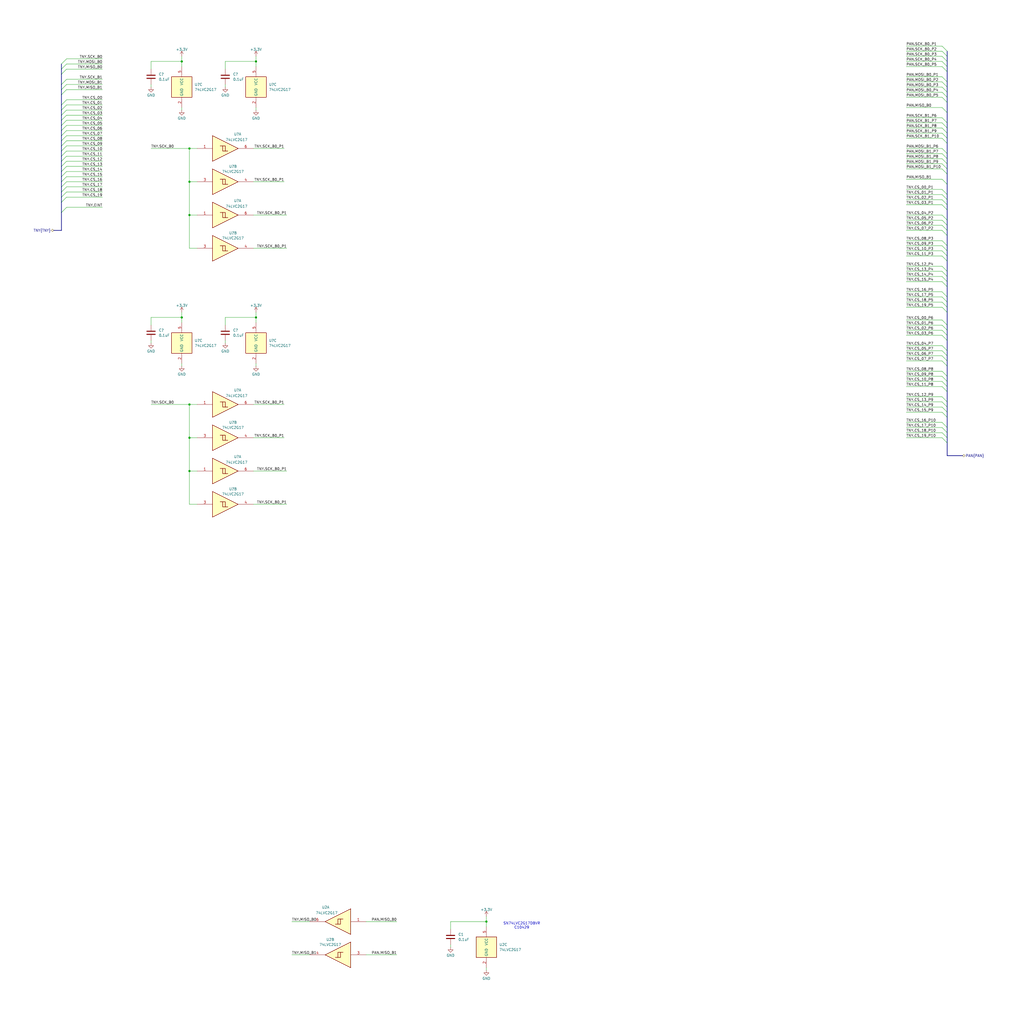
<source format=kicad_sch>
(kicad_sch (version 20250114) (generator "eeschema") (generator_version "9.0")
  (paper "User" 508 508)
  (lib_symbols
    (symbol "74xGxx:74LVC2G17"
      (property "Reference" "U" (at -1.27 7.62 0))
      (property "Value" "74LVC2G17" (at 2.54 -7.62 0))
      (symbol "74LVC2G17_1_1"
        (polyline (pts (xy -7.62 6.35) (xy -7.62 -6.35) (xy 5.08 0) (xy -7.62 6.35)) (stroke (width 0.254)) (fill (type background)))
        (polyline (pts (xy -3.81 1.27) (xy -2.54 1.27) (xy -2.54 -1.27) (xy 0 -1.27)) (stroke (width 0.254)) (fill (type background)))
        (polyline (pts (xy -2.54 1.27) (xy -1.27 1.27) (xy -1.27 -1.27)) (stroke (width 0.254)) (fill (type background)))
        (pin input line (at -15.24 0 0) (length 7.62) (name "~") (number "1"))
        (pin output line (at 12.7 0 180) (length 7.62) (name "~") (number "6"))
      )
      (symbol "74LVC2G17_2_1"
        (polyline (pts (xy -7.62 6.35) (xy -7.62 -6.35) (xy 5.08 0) (xy -7.62 6.35)) (stroke (width 0.254)) (fill (type background)))
        (polyline (pts (xy -3.81 1.27) (xy -2.54 1.27) (xy -2.54 -1.27) (xy 0 -1.27)) (stroke (width 0.254)) (fill (type background)))
        (polyline (pts (xy -2.54 1.27) (xy -1.27 1.27) (xy -1.27 -1.27)) (stroke (width 0.254)) (fill (type background)))
        (pin input line (at -15.24 0 0) (length 7.62) (name "~") (number "3"))
        (pin output line (at 12.7 0 180) (length 7.62) (name "~") (number "4"))
      )
      (symbol "74LVC2G17_3_0"
        (rectangle (start -5.08 -5.08) (end 5.08 5.08) (stroke (width 0.254)) (fill (type background)))
      )
      (symbol "74LVC2G17_3_1"
        (pin power_in line (at 0 10.16 270) (length 5.08) (name "VCC") (number "5"))
        (pin power_in line (at 0 -10.16 90) (length 5.08) (name "GND") (number "2"))
      )
    )
    (symbol "Device:C" (pin_numbers (hide yes)) (pin_names (offset 0.254))
      (property "Reference" "C" (at 0.635 2.54 0))
      (property "Value" "C" (at 0.635 -2.54 0))
      (symbol "C_0_1"
        (polyline (pts (xy -2.032 0.762) (xy 2.032 0.762)) (stroke (width 0.508)))
        (polyline (pts (xy -2.032 -0.762) (xy 2.032 -0.762)) (stroke (width 0.508)))
      )
      (symbol "C_1_1"
        (pin passive line (at 0 3.81 270) (length 2.794) (name "~") (number "1"))
        (pin passive line (at 0 -3.81 90) (length 2.794) (name "~") (number "2"))
      )
    )
    (symbol "power:+3.3V" (power) (pin_names (offset 0))
      (property "Value" "+3.3V" (at 0 3.556 0))
      (symbol "+3.3V_0_1"
        (polyline (pts (xy -0.762 1.27) (xy 0 2.54)))
        (polyline (pts (xy 0 2.54) (xy 0.762 1.27)))
        (polyline (pts (xy 0 0) (xy 0 2.54)))
      )
      (symbol "+3.3V_1_1"
        (pin power_in line (at 0 0 90) (length 0) (hide yes) (name "+3.3V") (number "1"))
      )
    )
    (symbol "power:GND" (power) (pin_names (offset 0))
      (property "Value" "GND" (at 0 -3.81 0))
      (symbol "GND_0_1"
        (polyline (pts (xy 0 0) (xy 0 -1.27) (xy 1.27 -1.27) (xy 0 -2.54) (xy -1.27 -1.27) (xy 0 -1.27)))
      )
      (symbol "GND_1_1"
        (pin power_in line (at 0 0 270) (length 0) (hide yes) (name "GND") (number "1"))
      )
    )
  )
  (bus_alias "PAN" (members "SCK_B0_P1" "SCK_B0_P2" "SCK_B0_P3" "SCK_B0_P4" "SCK_B0_P5" "MOSI_B0_P1" "MOSI_B0_P2" "MOSI_B0_P3" "MOSI_B0_P4" "MOSI_B0_P5" "MISO_B0" "SCK_B1_P6" "SCK_B1_P7" "SCK_B1_P8" "SCK_B1_P9" "SCK_B1_P10" "MOSI_B1_P6" "MOSI_B1_P7" "MOSI_B1_P8" "MOSI_B1_P9" "MOSI_B1_P10" "MISO_B1" "CS_00_P1" "CS_01_P1" "CS_02_P1" "CS_03_P1" "CS_04_P2" "CS_05_P2" "CS_06_P2" "CS_07_P2" "CS_08_P3" "CS_09_P3" "CS_10_P3" "CS_11_P3" "CS_12_P4" "CS_13_P4" "CS_14_P4" "CS_15_P4" "CS_16_P5" "CS_17_P5" "CS_18_P5" "CS_19_P5" "CS_00_P6" "CS_01_P6" "CS_02_P6" "CS_03_P6" "CS_04_P7" "CS_05_P7" "CS_06_P7" "CS_07_P7" "CS_08_P8" "CS_09_P8" "CS_10_P8" "CS_11_P8" "CS_12_P9" "CS_13_P9" "CS_14_P9" "CS_15_P9" "CS_16_P10" "CS_17_P10" "CS_19_P10"))
  (text "SN74LVC2G17DBVR\nC10429" (at 25.908 -6.35 0) (effects (font (size 1.27 1.27))))
  (text "SN74LVC2G17DBVR\nC10429" (at 258.826 459.232 0) (effects (font (size 1.27 1.27))))
  (junction (at 93.98 73.66))
  (junction (at 241.3 457.2))
  (junction (at 93.98 200.66))
  (junction (at 90.17 157.48))
  (junction (at 127 157.48))
  (junction (at 93.98 106.68))
  (junction (at 90.17 30.48))
  (junction (at 93.98 233.68))
  (junction (at 93.98 217.17))
  (junction (at 127 30.48))
  (junction (at 93.98 90.17))
  (bus_entry (at 469.9 25.4) (size -2.54 -2.54))
  (bus_entry (at 467.36 152.4) (size 2.54 2.54))
  (bus_entry (at 30.48 82.55) (size 2.54 -2.54))
  (bus_entry (at 30.48 62.23) (size 2.54 -2.54))
  (bus_entry (at 469.9 76.2) (size -2.54 -2.54))
  (bus_entry (at 469.9 161.29) (size -2.54 -2.54))
  (bus_entry (at 33.02 95.25) (size -2.54 2.54))
  (bus_entry (at 469.9 30.48) (size -2.54 -2.54))
  (bus_entry (at 469.9 166.37) (size -2.54 -2.54))
  (bus_entry (at 469.9 40.64) (size -2.54 -2.54))
  (bus_entry (at 469.9 86.36) (size -2.54 -2.54))
  (bus_entry (at 467.36 212.09) (size 2.54 2.54))
  (bus_entry (at 30.48 44.45) (size 2.54 -2.54))
  (bus_entry (at 30.48 31.75) (size 2.54 -2.54))
  (bus_entry (at 469.9 55.88) (size -2.54 -2.54))
  (bus_entry (at 469.9 111.76) (size -2.54 -2.54))
  (bus_entry (at 469.9 189.23) (size -2.54 -2.54))
  (bus_entry (at 469.9 63.5) (size -2.54 -2.54))
  (bus_entry (at 469.9 121.92) (size -2.54 -2.54))
  (bus_entry (at 467.36 144.78) (size 2.54 2.54))
  (bus_entry (at 30.48 41.91) (size 2.54 -2.54))
  (bus_entry (at 469.9 50.8) (size -2.54 -2.54))
  (bus_entry (at 469.9 179.07) (size -2.54 -2.54))
  (bus_entry (at 469.9 99.06) (size -2.54 -2.54))
  (bus_entry (at 469.9 68.58) (size -2.54 -2.54))
  (bus_entry (at 30.48 72.39) (size 2.54 -2.54))
  (bus_entry (at 30.48 52.07) (size 2.54 -2.54))
  (bus_entry (at 469.9 116.84) (size -2.54 -2.54))
  (bus_entry (at 30.48 54.61) (size 2.54 -2.54))
  (bus_entry (at 30.48 74.93) (size 2.54 -2.54))
  (bus_entry (at 33.02 87.63) (size -2.54 2.54))
  (bus_entry (at 469.9 27.94) (size -2.54 -2.54))
  (bus_entry (at 33.02 90.17) (size -2.54 2.54))
  (bus_entry (at 469.9 176.53) (size -2.54 -2.54))
  (bus_entry (at 30.48 64.77) (size 2.54 -2.54))
  (bus_entry (at 33.02 92.71) (size -2.54 2.54))
  (bus_entry (at 469.9 129.54) (size -2.54 -2.54))
  (bus_entry (at 469.9 45.72) (size -2.54 -2.54))
  (bus_entry (at 30.48 67.31) (size 2.54 -2.54))
  (bus_entry (at 467.36 139.7) (size 2.54 2.54))
  (bus_entry (at 469.9 35.56) (size -2.54 -2.54))
  (bus_entry (at 30.48 34.29) (size 2.54 -2.54))
  (bus_entry (at 469.9 139.7) (size -2.54 -2.54))
  (bus_entry (at 469.9 114.3) (size -2.54 -2.54))
  (bus_entry (at 469.9 96.52) (size -2.54 -2.54))
  (bus_entry (at 469.9 134.62) (size -2.54 -2.54))
  (bus_entry (at 30.48 80.01) (size 2.54 -2.54))
  (bus_entry (at 467.36 149.86) (size 2.54 2.54))
  (bus_entry (at 469.9 137.16) (size -2.54 -2.54))
  (bus_entry (at 469.9 124.46) (size -2.54 -2.54))
  (bus_entry (at 469.9 43.18) (size -2.54 -2.54))
  (bus_entry (at 33.02 102.87) (size -2.54 2.54))
  (bus_entry (at 30.48 46.99) (size 2.54 -2.54))
  (bus_entry (at 467.36 204.47) (size 2.54 2.54))
  (bus_entry (at 33.02 97.79) (size -2.54 2.54))
  (bus_entry (at 30.48 85.09) (size 2.54 -2.54))
  (bus_entry (at 469.9 81.28) (size -2.54 -2.54))
  (bus_entry (at 469.9 48.26) (size -2.54 -2.54))
  (bus_entry (at 30.48 57.15) (size 2.54 -2.54))
  (bus_entry (at 469.9 191.77) (size -2.54 -2.54))
  (bus_entry (at 30.48 69.85) (size 2.54 -2.54))
  (bus_entry (at 469.9 60.96) (size -2.54 -2.54))
  (bus_entry (at 467.36 209.55) (size 2.54 2.54))
  (bus_entry (at 469.9 83.82) (size -2.54 -2.54))
  (bus_entry (at 469.9 186.69) (size -2.54 -2.54))
  (bus_entry (at 469.9 201.93) (size -2.54 -2.54))
  (bus_entry (at 469.9 181.61) (size -2.54 -2.54))
  (bus_entry (at 30.48 36.83) (size 2.54 -2.54))
  (bus_entry (at 30.48 77.47) (size 2.54 -2.54))
  (bus_entry (at 469.9 33.02) (size -2.54 -2.54))
  (bus_entry (at 469.9 199.39) (size -2.54 -2.54))
  (bus_entry (at 467.36 147.32) (size 2.54 2.54))
  (bus_entry (at 469.9 168.91) (size -2.54 -2.54))
  (bus_entry (at 469.9 109.22) (size -2.54 -2.54))
  (bus_entry (at 469.9 101.6) (size -2.54 -2.54))
  (bus_entry (at 30.48 59.69) (size 2.54 -2.54))
  (bus_entry (at 30.48 87.63) (size 2.54 -2.54))
  (bus_entry (at 469.9 71.12) (size -2.54 -2.54))
  (bus_entry (at 469.9 104.14) (size -2.54 -2.54))
  (bus_entry (at 467.36 214.63) (size 2.54 2.54))
  (bus_entry (at 469.9 66.04) (size -2.54 -2.54))
  (bus_entry (at 469.9 204.47) (size -2.54 -2.54))
  (bus_entry (at 469.9 91.44) (size -2.54 -2.54))
  (bus_entry (at 469.9 173.99) (size -2.54 -2.54))
  (bus_entry (at 469.9 194.31) (size -2.54 -2.54))
  (bus_entry (at 467.36 217.17) (size 2.54 2.54))
  (bus_entry (at 469.9 163.83) (size -2.54 -2.54))
  (bus_entry (at 469.9 78.74) (size -2.54 -2.54))
  (bus_entry (at 469.9 127) (size -2.54 -2.54))
  (bus (pts (xy 469.9 147.32) (xy 469.9 149.86)))
  (bus (pts (xy 469.9 134.62) (xy 469.9 137.16)))
  (wire (pts (xy 467.36 76.2) (xy 449.58 76.2)))
  (bus (pts (xy 30.48 62.23) (xy 30.48 64.77)))
  (bus (pts (xy 469.9 121.92) (xy 469.9 124.46)))
  (wire (pts (xy 142.24 250.19) (xy 125.73 250.19)))
  (wire (pts (xy 74.93 157.48) (xy 90.17 157.48)))
  (bus (pts (xy 469.9 154.94) (xy 469.9 161.29)))
  (wire (pts (xy 467.36 158.75) (xy 449.58 158.75)))
  (wire (pts (xy 467.36 171.45) (xy 449.58 171.45)))
  (bus (pts (xy 469.9 129.54) (xy 469.9 134.62)))
  (wire (pts (xy 241.3 454.66) (xy 241.3 457.2)))
  (bus (pts (xy 469.9 217.17) (xy 469.9 219.71)))
  (wire (pts (xy 33.02 29.21) (xy 50.8 29.21)))
  (wire (pts (xy 97.79 123.19) (xy 93.98 123.19)))
  (wire (pts (xy 467.36 139.7) (xy 449.58 139.7)))
  (bus (pts (xy 469.9 173.99) (xy 469.9 176.53)))
  (wire (pts (xy 111.76 168.91) (xy 111.76 170.18)))
  (bus (pts (xy 30.48 46.99) (xy 30.48 52.07)))
  (wire (pts (xy 33.02 82.55) (xy 50.8 82.55)))
  (wire (pts (xy 97.79 106.68) (xy 93.98 106.68)))
  (wire (pts (xy 33.02 34.29) (xy 50.8 34.29)))
  (bus (pts (xy 469.9 45.72) (xy 469.9 48.26)))
  (wire (pts (xy 467.36 163.83) (xy 449.58 163.83)))
  (bus (pts (xy 30.48 105.41) (xy 30.48 114.3)))
  (wire (pts (xy 93.98 217.17) (xy 93.98 233.68)))
  (wire (pts (xy 467.36 30.48) (xy 449.58 30.48)))
  (bus (pts (xy 30.48 74.93) (xy 30.48 77.47)))
  (wire (pts (xy 467.36 179.07) (xy 449.58 179.07)))
  (bus (pts (xy 469.9 176.53) (xy 469.9 179.07)))
  (wire (pts (xy 467.36 78.74) (xy 449.58 78.74)))
  (wire (pts (xy 241.3 457.2) (xy 241.3 459.74)))
  (wire (pts (xy 50.8 64.77) (xy 33.02 64.77)))
  (bus (pts (xy 30.48 52.07) (xy 30.48 54.61)))
  (wire (pts (xy 467.36 73.66) (xy 449.58 73.66)))
  (wire (pts (xy 97.79 90.17) (xy 93.98 90.17)))
  (wire (pts (xy 127 157.48) (xy 127 160.02)))
  (wire (pts (xy 467.36 83.82) (xy 449.58 83.82)))
  (wire (pts (xy 97.79 73.66) (xy 93.98 73.66)))
  (wire (pts (xy 93.98 200.66) (xy 74.93 200.66)))
  (bus (pts (xy 469.9 127) (xy 469.9 129.54)))
  (wire (pts (xy 74.93 157.48) (xy 74.93 161.29)))
  (bus (pts (xy 469.9 179.07) (xy 469.9 181.61)))
  (wire (pts (xy 93.98 90.17) (xy 93.98 73.66)))
  (wire (pts (xy 74.93 30.48) (xy 74.93 34.29)))
  (bus (pts (xy 469.9 114.3) (xy 469.9 116.84)))
  (wire (pts (xy 467.36 191.77) (xy 449.58 191.77)))
  (bus (pts (xy 30.48 41.91) (xy 30.48 44.45)))
  (wire (pts (xy 467.36 33.02) (xy 449.58 33.02)))
  (bus (pts (xy 469.9 27.94) (xy 469.9 30.48)))
  (bus (pts (xy 469.9 25.4) (xy 469.9 27.94)))
  (wire (pts (xy 467.36 161.29) (xy 449.58 161.29)))
  (wire (pts (xy 467.36 27.94) (xy 449.58 27.94)))
  (wire (pts (xy 144.78 473.71) (xy 153.67 473.71)))
  (bus (pts (xy 469.9 86.36) (xy 469.9 91.44)))
  (wire (pts (xy 467.36 101.6) (xy 449.58 101.6)))
  (bus (pts (xy 30.48 95.25) (xy 30.48 97.79)))
  (bus (pts (xy 469.9 111.76) (xy 469.9 114.3)))
  (wire (pts (xy 467.36 40.64) (xy 449.58 40.64)))
  (wire (pts (xy 449.58 209.55) (xy 467.36 209.55)))
  (wire (pts (xy 90.17 30.48) (xy 90.17 33.02)))
  (wire (pts (xy 50.8 95.25) (xy 33.02 95.25)))
  (bus (pts (xy 30.48 36.83) (xy 30.48 41.91)))
  (bus (pts (xy 469.9 30.48) (xy 469.9 33.02)))
  (wire (pts (xy 467.36 106.68) (xy 449.58 106.68)))
  (wire (pts (xy 111.76 30.48) (xy 111.76 34.29)))
  (wire (pts (xy 449.58 149.86) (xy 467.36 149.86)))
  (wire (pts (xy 33.02 49.53) (xy 50.8 49.53)))
  (wire (pts (xy 467.36 60.96) (xy 449.58 60.96)))
  (wire (pts (xy 467.36 199.39) (xy 449.58 199.39)))
  (bus (pts (xy 469.9 161.29) (xy 469.9 163.83)))
  (bus (pts (xy 30.48 69.85) (xy 30.48 72.39)))
  (wire (pts (xy 50.8 92.71) (xy 33.02 92.71)))
  (wire (pts (xy 467.36 137.16) (xy 449.58 137.16)))
  (wire (pts (xy 97.79 200.66) (xy 93.98 200.66)))
  (wire (pts (xy 467.36 96.52) (xy 449.58 96.52)))
  (bus (pts (xy 469.9 43.18) (xy 469.9 45.72)))
  (wire (pts (xy 33.02 74.93) (xy 50.8 74.93)))
  (wire (pts (xy 33.02 62.23) (xy 50.8 62.23)))
  (bus (pts (xy 469.9 199.39) (xy 469.9 201.93)))
  (wire (pts (xy 467.36 166.37) (xy 449.58 166.37)))
  (wire (pts (xy 33.02 44.45) (xy 50.8 44.45)))
  (bus (pts (xy 469.9 68.58) (xy 469.9 71.12)))
  (wire (pts (xy 467.36 134.62) (xy 449.58 134.62)))
  (wire (pts (xy 33.02 72.39) (xy 50.8 72.39)))
  (bus (pts (xy 469.9 91.44) (xy 469.9 96.52)))
  (wire (pts (xy 223.52 468.63) (xy 223.52 469.9)))
  (bus (pts (xy 30.48 54.61) (xy 30.48 57.15)))
  (bus (pts (xy 469.9 55.88) (xy 469.9 60.96)))
  (wire (pts (xy 97.79 233.68) (xy 93.98 233.68)))
  (wire (pts (xy 33.02 59.69) (xy 50.8 59.69)))
  (wire (pts (xy 467.36 204.47) (xy 449.58 204.47)))
  (wire (pts (xy 467.36 25.4) (xy 449.58 25.4)))
  (wire (pts (xy 467.36 45.72) (xy 449.58 45.72)))
  (bus (pts (xy 469.9 33.02) (xy 469.9 35.56)))
  (bus (pts (xy 469.9 71.12) (xy 469.9 76.2)))
  (wire (pts (xy 127 180.34) (xy 127 181.61)))
  (wire (pts (xy 93.98 123.19) (xy 93.98 106.68)))
  (wire (pts (xy 467.36 109.22) (xy 449.58 109.22)))
  (bus (pts (xy 469.9 137.16) (xy 469.9 139.7)))
  (wire (pts (xy 93.98 250.19) (xy 93.98 233.68)))
  (bus (pts (xy 469.9 124.46) (xy 469.9 127)))
  (bus (pts (xy 469.9 101.6) (xy 469.9 104.14)))
  (wire (pts (xy 449.58 176.53) (xy 467.36 176.53)))
  (bus (pts (xy 30.48 64.77) (xy 30.48 67.31)))
  (bus (pts (xy 30.48 34.29) (xy 30.48 36.83)))
  (wire (pts (xy 467.36 63.5) (xy 449.58 63.5)))
  (wire (pts (xy 33.02 80.01) (xy 50.8 80.01)))
  (bus (pts (xy 469.9 194.31) (xy 469.9 199.39)))
  (wire (pts (xy 144.78 457.2) (xy 153.67 457.2)))
  (wire (pts (xy 50.8 102.87) (xy 33.02 102.87)))
  (wire (pts (xy 467.36 173.99) (xy 449.58 173.99)))
  (wire (pts (xy 449.58 147.32) (xy 467.36 147.32)))
  (bus (pts (xy 469.9 214.63) (xy 469.9 217.17)))
  (wire (pts (xy 449.58 111.76) (xy 467.36 111.76)))
  (bus (pts (xy 30.48 92.71) (xy 30.48 95.25)))
  (bus (pts (xy 30.48 72.39) (xy 30.48 74.93)))
  (wire (pts (xy 241.3 480.06) (xy 241.3 481.33)))
  (wire (pts (xy 467.36 93.98) (xy 449.58 93.98)))
  (bus (pts (xy 469.9 139.7) (xy 469.9 142.24)))
  (wire (pts (xy 33.02 52.07) (xy 50.8 52.07)))
  (bus (pts (xy 469.9 104.14) (xy 469.9 109.22)))
  (bus (pts (xy 469.9 201.93) (xy 469.9 204.47)))
  (wire (pts (xy 74.93 30.48) (xy 90.17 30.48)))
  (wire (pts (xy 467.36 127) (xy 449.58 127)))
  (wire (pts (xy 223.52 457.2) (xy 223.52 461.01)))
  (wire (pts (xy 111.76 41.91) (xy 111.76 43.18)))
  (bus (pts (xy 469.9 116.84) (xy 469.9 121.92)))
  (bus (pts (xy 469.9 83.82) (xy 469.9 86.36)))
  (bus (pts (xy 469.9 163.83) (xy 469.9 166.37)))
  (wire (pts (xy 467.36 66.04) (xy 449.58 66.04)))
  (wire (pts (xy 33.02 57.15) (xy 50.8 57.15)))
  (wire (pts (xy 467.36 43.18) (xy 449.58 43.18)))
  (wire (pts (xy 449.58 152.4) (xy 467.36 152.4)))
  (wire (pts (xy 50.8 97.79) (xy 33.02 97.79)))
  (wire (pts (xy 467.36 132.08) (xy 449.58 132.08)))
  (bus (pts (xy 469.9 149.86) (xy 469.9 152.4)))
  (bus (pts (xy 469.9 186.69) (xy 469.9 189.23)))
  (wire (pts (xy 50.8 90.17) (xy 33.02 90.17)))
  (bus (pts (xy 469.9 63.5) (xy 469.9 66.04)))
  (wire (pts (xy 467.36 184.15) (xy 449.58 184.15)))
  (wire (pts (xy 467.36 38.1) (xy 449.58 38.1)))
  (wire (pts (xy 74.93 41.91) (xy 74.93 43.18)))
  (wire (pts (xy 90.17 180.34) (xy 90.17 181.61)))
  (wire (pts (xy 127 53.34) (xy 127 54.61)))
  (bus (pts (xy 30.48 59.69) (xy 30.48 62.23)))
  (wire (pts (xy 142.24 106.68) (xy 125.73 106.68)))
  (wire (pts (xy 93.98 73.66) (xy 74.93 73.66)))
  (wire (pts (xy 467.36 121.92) (xy 449.58 121.92)))
  (bus (pts (xy 30.48 97.79) (xy 30.48 100.33)))
  (wire (pts (xy 467.36 189.23) (xy 449.58 189.23)))
  (wire (pts (xy 467.36 196.85) (xy 449.58 196.85)))
  (wire (pts (xy 467.36 81.28) (xy 449.58 81.28)))
  (wire (pts (xy 111.76 30.48) (xy 127 30.48)))
  (wire (pts (xy 33.02 69.85) (xy 50.8 69.85)))
  (wire (pts (xy 33.02 87.63) (xy 50.8 87.63)))
  (wire (pts (xy 223.52 457.2) (xy 241.3 457.2)))
  (wire (pts (xy 33.02 77.47) (xy 50.8 77.47)))
  (wire (pts (xy 33.02 67.31) (xy 50.8 67.31)))
  (wire (pts (xy 90.17 157.48) (xy 90.17 160.02)))
  (wire (pts (xy 467.36 88.9) (xy 449.58 88.9)))
  (wire (pts (xy 127 154.94) (xy 127 157.48)))
  (bus (pts (xy 469.9 99.06) (xy 469.9 101.6)))
  (bus (pts (xy 469.9 76.2) (xy 469.9 78.74)))
  (wire (pts (xy 111.76 157.48) (xy 111.76 161.29)))
  (wire (pts (xy 467.36 124.46) (xy 449.58 124.46)))
  (wire (pts (xy 142.24 233.68) (xy 125.73 233.68)))
  (bus (pts (xy 30.48 67.31) (xy 30.48 69.85)))
  (bus (pts (xy 30.48 100.33) (xy 30.48 105.41)))
  (bus (pts (xy 469.9 48.26) (xy 469.9 50.8)))
  (bus (pts (xy 469.9 191.77) (xy 469.9 194.31)))
  (wire (pts (xy 449.58 217.17) (xy 467.36 217.17)))
  (bus (pts (xy 469.9 204.47) (xy 469.9 207.01)))
  (bus (pts (xy 469.9 81.28) (xy 469.9 83.82)))
  (wire (pts (xy 93.98 217.17) (xy 93.98 200.66)))
  (bus (pts (xy 30.48 31.75) (xy 30.48 34.29)))
  (wire (pts (xy 90.17 53.34) (xy 90.17 54.61)))
  (wire (pts (xy 467.36 58.42) (xy 449.58 58.42)))
  (bus (pts (xy 30.48 77.47) (xy 30.48 80.01)))
  (bus (pts (xy 469.9 168.91) (xy 469.9 173.99)))
  (bus (pts (xy 469.9 50.8) (xy 469.9 55.88)))
  (wire (pts (xy 140.97 90.17) (xy 125.73 90.17)))
  (wire (pts (xy 90.17 154.94) (xy 90.17 157.48)))
  (wire (pts (xy 467.36 186.69) (xy 449.58 186.69)))
  (wire (pts (xy 467.36 68.58) (xy 449.58 68.58)))
  (wire (pts (xy 111.76 157.48) (xy 127 157.48)))
  (wire (pts (xy 97.79 217.17) (xy 93.98 217.17)))
  (bus (pts (xy 469.9 142.24) (xy 469.9 147.32)))
  (bus (pts (xy 469.9 181.61) (xy 469.9 186.69)))
  (bus (pts (xy 30.48 57.15) (xy 30.48 59.69)))
  (wire (pts (xy 140.97 73.66) (xy 125.73 73.66)))
  (bus (pts (xy 469.9 152.4) (xy 469.9 154.94)))
  (bus (pts (xy 469.9 207.01) (xy 469.9 212.09)))
  (bus (pts (xy 30.48 87.63) (xy 30.48 90.17)))
  (wire (pts (xy 33.02 85.09) (xy 50.8 85.09)))
  (wire (pts (xy 181.61 473.71) (xy 196.85 473.71)))
  (wire (pts (xy 90.17 27.94) (xy 90.17 30.48)))
  (wire (pts (xy 127 27.94) (xy 127 30.48)))
  (bus (pts (xy 469.9 40.64) (xy 469.9 43.18)))
  (bus (pts (xy 469.9 219.71) (xy 469.9 226.06)))
  (bus (pts (xy 469.9 212.09) (xy 469.9 214.63)))
  (wire (pts (xy 467.36 53.34) (xy 449.58 53.34)))
  (wire (pts (xy 140.97 200.66) (xy 125.73 200.66)))
  (bus (pts (xy 30.48 85.09) (xy 30.48 87.63)))
  (bus (pts (xy 30.48 114.3) (xy 26.67 114.3)))
  (wire (pts (xy 74.93 168.91) (xy 74.93 170.18)))
  (bus (pts (xy 30.48 82.55) (xy 30.48 85.09)))
  (wire (pts (xy 181.61 457.2) (xy 196.85 457.2)))
  (wire (pts (xy 467.36 99.06) (xy 449.58 99.06)))
  (wire (pts (xy 449.58 214.63) (xy 467.36 214.63)))
  (bus (pts (xy 30.48 90.17) (xy 30.48 92.71)))
  (wire (pts (xy 142.24 123.19) (xy 125.73 123.19)))
  (bus (pts (xy 469.9 66.04) (xy 469.9 68.58)))
  (bus (pts (xy 469.9 226.06) (xy 477.52 226.06)))
  (bus (pts (xy 30.48 80.01) (xy 30.48 82.55)))
  (wire (pts (xy 140.97 217.17) (xy 125.73 217.17)))
  (wire (pts (xy 127 30.48) (xy 127 33.02)))
  (wire (pts (xy 467.36 119.38) (xy 449.58 119.38)))
  (wire (pts (xy 467.36 114.3) (xy 449.58 114.3)))
  (bus (pts (xy 30.48 44.45) (xy 30.48 46.99)))
  (bus (pts (xy 469.9 109.22) (xy 469.9 111.76)))
  (bus (pts (xy 469.9 35.56) (xy 469.9 40.64)))
  (wire (pts (xy 467.36 22.86) (xy 449.58 22.86)))
  (bus (pts (xy 469.9 166.37) (xy 469.9 168.91)))
  (wire (pts (xy 97.79 250.19) (xy 93.98 250.19)))
  (wire (pts (xy 33.02 54.61) (xy 50.8 54.61)))
  (bus (pts (xy 469.9 78.74) (xy 469.9 81.28)))
  (bus (pts (xy 469.9 189.23) (xy 469.9 191.77)))
  (bus (pts (xy 469.9 60.96) (xy 469.9 63.5)))
  (wire (pts (xy 33.02 31.75) (xy 50.8 31.75)))
  (wire (pts (xy 449.58 144.78) (xy 467.36 144.78)))
  (wire (pts (xy 467.36 201.93) (xy 449.58 201.93)))
  (wire (pts (xy 93.98 90.17) (xy 93.98 106.68)))
  (bus (pts (xy 469.9 96.52) (xy 469.9 99.06)))
  (wire (pts (xy 467.36 48.26) (xy 449.58 48.26)))
  (wire (pts (xy 33.02 41.91) (xy 50.8 41.91)))
  (wire (pts (xy 449.58 212.09) (xy 467.36 212.09)))
  (wire (pts (xy 33.02 39.37) (xy 50.8 39.37)))
  (label "TNY.CS_01" (at 50.8 52.07 180))
  (label "TNY.CS_00_P6" (at 449.58 158.75 0))
  (label "TNY.CS_04_P2" (at 449.58 106.68 0))
  (label "TNY.CS_07_P7" (at 449.58 179.07 0))
  (label "TNY.CS_02_P6" (at 449.58 163.83 0))
  (label "TNY.CS_18_P5" (at 449.58 149.86 0))
  (label "TNY.MISO_B1" (at 50.8 44.45 180))
  (label "TNY.CS_00" (at 50.8 49.53 180))
  (label "PAN.MISO_B0" (at 449.58 53.34 0))
  (label "TNY.CS_03_P6" (at 449.58 166.37 0))
  (label "TNY.SCK_B0_P1" (at 142.24 123.19 180))
  (label "TNY.CS_11_P3" (at 449.58 127 0))
  (label "PAN.SCK_B1_P10" (at 449.58 68.58 0))
  (label "TNY.CS_08" (at 50.8 69.85 180))
  (label "TNY.SCK_B0_P1" (at 142.24 106.68 180))
  (label "PAN.MOSI_B0_P5" (at 449.58 48.26 0))
  (label "TNY.CS_14" (at 50.8 85.09 180))
  (label "TNY.MISO_B0" (at 144.78 457.2 0))
  (label "TNY.CS_10_P8" (at 449.58 189.23 0))
  (label "TNY.CS_19_P10" (at 449.58 217.17 0))
  (label "TNY.CS_11" (at 50.8 77.47 180))
  (label "TNY.SCK_B0" (at 74.93 73.66 0))
  (label "TNY.CS_13" (at 50.8 82.55 180))
  (label "TNY.CS_14_P9" (at 449.58 201.93 0))
  (label "PAN.MOSI_B0_P3" (at 449.58 43.18 0))
  (label "TNY.CS_17_P10" (at 449.58 212.09 0))
  (label "TNY.CS_07_P2" (at 449.58 114.3 0))
  (label "PAN.MOSI_B0_P2" (at 449.58 40.64 0))
  (label "TNY.MOSI_B1" (at 50.8 41.91 180))
  (label "TNY.CS_16_P5" (at 449.58 144.78 0))
  (label "TNY.CS_04_P7" (at 449.58 171.45 0))
  (label "TNY.CS_03_P1" (at 449.58 101.6 0))
  (label "TNY.CS_14_P4" (at 449.58 137.16 0))
  (label "TNY.CS_18_P10" (at 449.58 214.63 0))
  (label "TNY.CS_15_P4" (at 449.58 139.7 0))
  (label "TNY.CS_19_P5" (at 449.58 152.4 0))
  (label "PAN.SCK_B0_P5" (at 449.58 33.02 0))
  (label "TNY.CS_05" (at 50.8 62.23 180))
  (label "PAN.SCK_B1_P7" (at 449.58 60.96 0))
  (label "TNY.CS_10_P3" (at 449.58 124.46 0))
  (label "TNY.SCK_B0_P1" (at 140.97 73.66 180))
  (label "TNY.CS_10" (at 50.8 74.93 180))
  (label "PAN.SCK_B1_P8" (at 449.58 63.5 0))
  (label "TNY.CS_05_P7" (at 449.58 173.99 0))
  (label "TNY.CS_18" (at 50.8 95.25 180))
  (label "PAN.MOSI_B1_P6" (at 449.58 73.66 0))
  (label "TNY.CS_05_P2" (at 449.58 109.22 0))
  (label "TNY.CS_09_P3" (at 449.58 121.92 0))
  (label "TNY.CS_16" (at 50.8 90.17 180))
  (label "TNY.EINT" (at 50.8 102.87 180))
  (label "TNY.CS_15" (at 50.8 87.63 180))
  (label "TNY.CS_12_P9" (at 449.58 196.85 0))
  (label "PAN.MOSI_B0_P4" (at 449.58 45.72 0))
  (label "TNY.CS_09_P8" (at 449.58 186.69 0))
  (label "PAN.SCK_B0_P4" (at 449.58 30.48 0))
  (label "TNY.CS_06_P2" (at 449.58 111.76 0))
  (label "TNY.CS_02_P1" (at 449.58 99.06 0))
  (label "TNY.CS_07" (at 50.8 67.31 180))
  (label "TNY.CS_08_P8" (at 449.58 184.15 0))
  (label "TNY.CS_13_P9" (at 449.58 199.39 0))
  (label "PAN.SCK_B1_P9" (at 449.58 66.04 0))
  (label "PAN.SCK_B0_P1" (at 449.58 22.86 0))
  (label "PAN.MOSI_B1_P7" (at 449.58 76.2 0))
  (label "TNY.CS_17" (at 50.8 92.71 180))
  (label "TNY.CS_17_P5" (at 449.58 147.32 0))
  (label "TNY.MISO_B0" (at 50.8 34.29 180))
  (label "TNY.CS_02" (at 50.8 54.61 180))
  (label "TNY.MOSI_B0" (at 50.8 31.75 180))
  (label "TNY.CS_15_P9" (at 449.58 204.47 0))
  (label "TNY.CS_11_P8" (at 449.58 191.77 0))
  (label "PAN.SCK_B0_P2" (at 449.58 25.4 0))
  (label "TNY.CS_12_P4" (at 449.58 132.08 0))
  (label "TNY.CS_19" (at 50.8 97.79 180))
  (label "TNY.CS_16_P10" (at 449.58 209.55 0))
  (label "TNY.SCK_B0_P1" (at 142.24 250.19 180))
  (label "TNY.SCK_B0" (at 50.8 29.21 180))
  (label "PAN.MISO_B1" (at 449.58 88.9 0))
  (label "PAN.MISO_B0" (at 196.85 457.2 180))
  (label "TNY.CS_04" (at 50.8 59.69 180))
  (label "TNY.SCK_B0_P1" (at 140.97 200.66 180))
  (label "TNY.CS_08_P3" (at 449.58 119.38 0))
  (label "TNY.CS_06" (at 50.8 64.77 180))
  (label "PAN.SCK_B1_P6" (at 449.58 58.42 0))
  (label "TNY.CS_03" (at 50.8 57.15 180))
  (label "PAN.MOSI_B1_P8" (at 449.58 78.74 0))
  (label "PAN.MOSI_B0_P1" (at 449.58 38.1 0))
  (label "TNY.CS_09" (at 50.8 72.39 180))
  (label "TNY.SCK_B0_P1" (at 140.97 217.17 180))
  (label "TNY.CS_00_P1" (at 449.58 93.98 0))
  (label "TNY.SCK_B0_P1" (at 140.97 90.17 180))
  (label "PAN.MOSI_B1_P9" (at 449.58 81.28 0))
  (label "TNY.CS_13_P4" (at 449.58 134.62 0))
  (label "TNY.SCK_B0" (at 74.93 200.66 0))
  (label "TNY.CS_12" (at 50.8 80.01 180))
  (label "PAN.SCK_B0_P3" (at 449.58 27.94 0))
  (label "TNY.MISO_B1" (at 144.78 473.71 0))
  (label "PAN.MISO_B1" (at 196.85 473.71 180))
  (label "TNY.SCK_B1" (at 50.8 39.37 180))
  (label "TNY.CS_01_P6" (at 449.58 161.29 0))
  (label "PAN.MOSI_B1_P10" (at 449.58 83.82 0))
  (label "TNY.SCK_B0_P1" (at 142.24 233.68 180))
  (label "TNY.CS_06_P7" (at 449.58 176.53 0))
  (label "TNY.CS_01_P1" (at 449.58 96.52 0))
  (hierarchical_label "PAN{PAN}" (shape bidirectional) (at 477.52 226.06 0))
  (hierarchical_label "TNY{TNY}" (shape bidirectional) (at 26.67 114.3 180))
  (symbol (lib_id "Device:C") (at 111.76 165.1 0) (unit 1)
    (property "Reference" "C?" (at 115.57 163.8299 0) (effects (justify left)))
    (property "Value" "0.1uF" (at 115.57 166.3699 0) (effects (justify left)))
    (property "Footprint" "Capacitor_SMD:C_0402_1005Metric" (effects (hide yes)))
    (property "Description" "Unpolarized capacitor" (effects (hide yes)))
  )
  (symbol (lib_id "power:GND") (at 90.17 54.61 0) (mirror y) (unit 1)
    (property "Reference" "#PWR03" (effects (hide yes)))
    (property "Value" "GND" (at 90.17 58.674 0))
  )
  (symbol (lib_id "power:GND") (at 74.93 170.18 0) (mirror y) (unit 1)
    (property "Reference" "#PWR09" (effects (hide yes)))
    (property "Value" "GND" (at 74.93 174.244 0))
  )
  (symbol (lib_id "74xGxx:74LVC2G17") (at 127 43.18 0) (unit 3)
    (property "Reference" "U?" (at 133.35 41.9099 0) (effects (justify left)))
    (property "Value" "74LVC2G17" (at 133.35 44.4499 0) (effects (justify left)))
    (property "Footprint" "Package_TO_SOT_SMD:SOT-23-6" (effects (hide yes)))
    (property "Datasheet" "http://www.ti.com/lit/sg/scyt129e/scyt129e.pdf" (effects (hide yes)))
    (property "Description" "Dual Buffer Schmitt Triggered, Low-Voltage CMOS" (effects (hide yes)))
  )
  (symbol (lib_id "power:+3.3V") (at 90.17 27.94 0) (unit 1)
    (property "Reference" "#PWR02" (effects (hide yes)))
    (property "Value" "+3.3V" (at 90.17 24.511 0))
  )
  (symbol (lib_id "74xGxx:74LVC2G17") (at 166.37 473.71 0) (mirror y) (unit 2)
    (property "Reference" "U2" (at 163.83 466.09 0))
    (property "Value" "74LVC2G17" (at 163.83 468.63 0))
    (property "Footprint" "Package_TO_SOT_SMD:SOT-23-6" (effects (hide yes)))
    (property "Datasheet" "http://www.ti.com/lit/sg/scyt129e/scyt129e.pdf" (effects (hide yes)))
    (property "Description" "Dual Buffer Schmitt Triggered, Low-Voltage CMOS" (effects (hide yes)))
  )
  (symbol (lib_id "power:GND") (at 111.76 43.18 0) (mirror y) (unit 1)
    (property "Reference" "#PWR04" (effects (hide yes)))
    (property "Value" "GND" (at 111.76 47.244 0))
  )
  (symbol (lib_id "power:GND") (at 111.76 170.18 0) (mirror y) (unit 1)
    (property "Reference" "#PWR012" (effects (hide yes)))
    (property "Value" "GND" (at 111.76 174.244 0))
  )
  (symbol (lib_id "74xGxx:74LVC2G17") (at 113.03 73.66 0) (unit 1)
    (property "Reference" "U?" (at 117.856 66.548 0))
    (property "Value" "74LVC2G17" (at 117.348 69.342 0))
    (property "Footprint" "Package_TO_SOT_SMD:SOT-23-6" (effects (hide yes)))
    (property "Datasheet" "http://www.ti.com/lit/sg/scyt129e/scyt129e.pdf" (effects (hide yes)))
    (property "Description" "Dual Buffer Schmitt Triggered, Low-Voltage CMOS" (effects (hide yes)))
  )
  (symbol (lib_id "74xGxx:74LVC2G17") (at 113.03 250.19 0) (unit 2)
    (property "Reference" "U?" (at 115.57 242.57 0))
    (property "Value" "74LVC2G17" (at 115.57 245.11 0))
    (property "Footprint" "Package_TO_SOT_SMD:SOT-23-6" (effects (hide yes)))
    (property "Datasheet" "http://www.ti.com/lit/sg/scyt129e/scyt129e.pdf" (effects (hide yes)))
    (property "Description" "Dual Buffer Schmitt Triggered, Low-Voltage CMOS" (effects (hide yes)))
  )
  (symbol (lib_id "74xGxx:74LVC2G17") (at 113.03 106.68 0) (unit 1)
    (property "Reference" "U?" (at 117.856 99.568 0))
    (property "Value" "74LVC2G17" (at 117.348 102.362 0))
    (property "Footprint" "Package_TO_SOT_SMD:SOT-23-6" (effects (hide yes)))
    (property "Datasheet" "http://www.ti.com/lit/sg/scyt129e/scyt129e.pdf" (effects (hide yes)))
    (property "Description" "Dual Buffer Schmitt Triggered, Low-Voltage CMOS" (effects (hide yes)))
  )
  (symbol (lib_id "Device:C") (at 223.52 464.82 0) (unit 1)
    (property "Reference" "C1" (at 227.33 463.5499 0) (effects (justify left)))
    (property "Value" "0.1uF" (at 227.33 466.0899 0) (effects (justify left)))
    (property "Footprint" "Capacitor_SMD:C_0402_1005Metric" (effects (hide yes)))
    (property "Description" "Unpolarized capacitor" (effects (hide yes)))
  )
  (symbol (lib_id "74xGxx:74LVC2G17") (at 113.03 90.17 0) (unit 2)
    (property "Reference" "U?" (at 115.57 82.55 0))
    (property "Value" "74LVC2G17" (at 115.57 85.09 0))
    (property "Footprint" "Package_TO_SOT_SMD:SOT-23-6" (effects (hide yes)))
    (property "Datasheet" "http://www.ti.com/lit/sg/scyt129e/scyt129e.pdf" (effects (hide yes)))
    (property "Description" "Dual Buffer Schmitt Triggered, Low-Voltage CMOS" (effects (hide yes)))
  )
  (symbol (lib_id "power:GND") (at 74.93 43.18 0) (mirror y) (unit 1)
    (property "Reference" "#PWR01" (effects (hide yes)))
    (property "Value" "GND" (at 74.93 47.244 0))
  )
  (symbol (lib_id "Device:C") (at 74.93 38.1 0) (unit 1)
    (property "Reference" "C?" (at 78.74 36.8299 0) (effects (justify left)))
    (property "Value" "0.1uF" (at 78.74 39.3699 0) (effects (justify left)))
    (property "Footprint" "Capacitor_SMD:C_0402_1005Metric" (effects (hide yes)))
    (property "Description" "Unpolarized capacitor" (effects (hide yes)))
  )
  (symbol (lib_id "power:GND") (at 127 181.61 0) (mirror y) (unit 1)
    (property "Reference" "#PWR014" (effects (hide yes)))
    (property "Value" "GND" (at 127 185.674 0))
  )
  (symbol (lib_id "74xGxx:74LVC2G17") (at 113.03 233.68 0) (unit 1)
    (property "Reference" "U?" (at 117.856 226.568 0))
    (property "Value" "74LVC2G17" (at 117.348 229.362 0))
    (property "Footprint" "Package_TO_SOT_SMD:SOT-23-6" (effects (hide yes)))
    (property "Datasheet" "http://www.ti.com/lit/sg/scyt129e/scyt129e.pdf" (effects (hide yes)))
    (property "Description" "Dual Buffer Schmitt Triggered, Low-Voltage CMOS" (effects (hide yes)))
  )
  (symbol (lib_id "74xGxx:74LVC2G17") (at 127 170.18 0) (unit 3)
    (property "Reference" "U?" (at 133.35 168.9099 0) (effects (justify left)))
    (property "Value" "74LVC2G17" (at 133.35 171.4499 0) (effects (justify left)))
    (property "Footprint" "Package_TO_SOT_SMD:SOT-23-6" (effects (hide yes)))
    (property "Datasheet" "http://www.ti.com/lit/sg/scyt129e/scyt129e.pdf" (effects (hide yes)))
    (property "Description" "Dual Buffer Schmitt Triggered, Low-Voltage CMOS" (effects (hide yes)))
  )
  (symbol (lib_id "Device:C") (at 74.93 165.1 0) (unit 1)
    (property "Reference" "C?" (at 78.74 163.8299 0) (effects (justify left)))
    (property "Value" "0.1uF" (at 78.74 166.3699 0) (effects (justify left)))
    (property "Footprint" "Capacitor_SMD:C_0402_1005Metric" (effects (hide yes)))
    (property "Description" "Unpolarized capacitor" (effects (hide yes)))
  )
  (symbol (lib_id "power:+3.3V") (at 127 27.94 0) (unit 1)
    (property "Reference" "#PWR07" (effects (hide yes)))
    (property "Value" "+3.3V" (at 127 24.511 0))
  )
  (symbol (lib_id "74xGxx:74LVC2G17") (at 113.03 217.17 0) (unit 2)
    (property "Reference" "U?" (at 115.57 209.55 0))
    (property "Value" "74LVC2G17" (at 115.57 212.09 0))
    (property "Footprint" "Package_TO_SOT_SMD:SOT-23-6" (effects (hide yes)))
    (property "Datasheet" "http://www.ti.com/lit/sg/scyt129e/scyt129e.pdf" (effects (hide yes)))
    (property "Description" "Dual Buffer Schmitt Triggered, Low-Voltage CMOS" (effects (hide yes)))
  )
  (symbol (lib_id "power:GND") (at 223.52 469.9 0) (mirror y) (unit 1)
    (property "Reference" "#PWR0106" (effects (hide yes)))
    (property "Value" "GND" (at 223.52 473.964 0))
  )
  (symbol (lib_id "Device:C") (at 111.76 38.1 0) (unit 1)
    (property "Reference" "C?" (at 115.57 36.8299 0) (effects (justify left)))
    (property "Value" "0.1uF" (at 115.57 39.3699 0) (effects (justify left)))
    (property "Footprint" "Capacitor_SMD:C_0402_1005Metric" (effects (hide yes)))
    (property "Description" "Unpolarized capacitor" (effects (hide yes)))
  )
  (symbol (lib_id "74xGxx:74LVC2G17") (at 241.3 469.9 0) (unit 3)
    (property "Reference" "U2" (at 247.65 468.6299 0) (effects (justify left)))
    (property "Value" "74LVC2G17" (at 247.65 471.1699 0) (effects (justify left)))
    (property "Footprint" "Package_TO_SOT_SMD:SOT-23-6" (effects (hide yes)))
    (property "Datasheet" "http://www.ti.com/lit/sg/scyt129e/scyt129e.pdf" (effects (hide yes)))
    (property "Description" "Dual Buffer Schmitt Triggered, Low-Voltage CMOS" (effects (hide yes)))
  )
  (symbol (lib_id "74xGxx:74LVC2G17") (at 113.03 200.66 0) (unit 1)
    (property "Reference" "U?" (at 117.856 193.548 0))
    (property "Value" "74LVC2G17" (at 117.348 196.342 0))
    (property "Footprint" "Package_TO_SOT_SMD:SOT-23-6" (effects (hide yes)))
    (property "Datasheet" "http://www.ti.com/lit/sg/scyt129e/scyt129e.pdf" (effects (hide yes)))
    (property "Description" "Dual Buffer Schmitt Triggered, Low-Voltage CMOS" (effects (hide yes)))
  )
  (symbol (lib_id "power:+3.3V") (at 127 154.94 0) (unit 1)
    (property "Reference" "#PWR013" (effects (hide yes)))
    (property "Value" "+3.3V" (at 127 151.511 0))
  )
  (symbol (lib_id "power:GND") (at 90.17 181.61 0) (mirror y) (unit 1)
    (property "Reference" "#PWR011" (effects (hide yes)))
    (property "Value" "GND" (at 90.17 185.674 0))
  )
  (symbol (lib_id "74xGxx:74LVC2G17") (at 90.17 170.18 0) (unit 3)
    (property "Reference" "U?" (at 96.52 168.9099 0) (effects (justify left)))
    (property "Value" "74LVC2G17" (at 96.52 171.4499 0) (effects (justify left)))
    (property "Footprint" "Package_TO_SOT_SMD:SOT-23-6" (effects (hide yes)))
    (property "Datasheet" "http://www.ti.com/lit/sg/scyt129e/scyt129e.pdf" (effects (hide yes)))
    (property "Description" "Dual Buffer Schmitt Triggered, Low-Voltage CMOS" (effects (hide yes)))
  )
  (symbol (lib_id "74xGxx:74LVC2G17") (at 90.17 43.18 0) (unit 3)
    (property "Reference" "U?" (at 96.52 41.9099 0) (effects (justify left)))
    (property "Value" "74LVC2G17" (at 96.52 44.4499 0) (effects (justify left)))
    (property "Footprint" "Package_TO_SOT_SMD:SOT-23-6" (effects (hide yes)))
    (property "Datasheet" "http://www.ti.com/lit/sg/scyt129e/scyt129e.pdf" (effects (hide yes)))
    (property "Description" "Dual Buffer Schmitt Triggered, Low-Voltage CMOS" (effects (hide yes)))
  )
  (symbol (lib_id "power:GND") (at 127 54.61 0) (mirror y) (unit 1)
    (property "Reference" "#PWR08" (effects (hide yes)))
    (property "Value" "GND" (at 127 58.674 0))
  )
  (symbol (lib_id "74xGxx:74LVC2G17") (at 113.03 123.19 0) (unit 2)
    (property "Reference" "U?" (at 115.57 115.57 0))
    (property "Value" "74LVC2G17" (at 115.57 118.11 0))
    (property "Footprint" "Package_TO_SOT_SMD:SOT-23-6" (effects (hide yes)))
    (property "Datasheet" "http://www.ti.com/lit/sg/scyt129e/scyt129e.pdf" (effects (hide yes)))
    (property "Description" "Dual Buffer Schmitt Triggered, Low-Voltage CMOS" (effects (hide yes)))
  )
  (symbol (lib_id "74xGxx:74LVC2G17") (at 166.37 457.2 0) (mirror y) (unit 1)
    (property "Reference" "U2" (at 161.544 450.088 0))
    (property "Value" "74LVC2G17" (at 162.052 452.882 0))
    (property "Footprint" "Package_TO_SOT_SMD:SOT-23-6" (effects (hide yes)))
    (property "Datasheet" "http://www.ti.com/lit/sg/scyt129e/scyt129e.pdf" (effects (hide yes)))
    (property "Description" "Dual Buffer Schmitt Triggered, Low-Voltage CMOS" (effects (hide yes)))
  )
  (symbol (lib_id "power:GND") (at 241.3 481.33 0) (mirror y) (unit 1)
    (property "Reference" "#PWR0109" (effects (hide yes)))
    (property "Value" "GND" (at 241.3 485.394 0))
  )
  (symbol (lib_id "power:+3.3V") (at 90.17 154.94 0) (unit 1)
    (property "Reference" "#PWR010" (effects (hide yes)))
    (property "Value" "+3.3V" (at 90.17 151.511 0))
  )
  (symbol (lib_id "power:+3.3V") (at 241.3 454.66 0) (unit 1)
    (property "Reference" "#PWR0103" (effects (hide yes)))
    (property "Value" "+3.3V" (at 241.3 451.231 0))
  )
)
</source>
